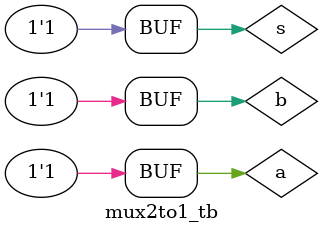
<source format=v>
module mux2to1 (a,b,s,c);
  input a,b,s;
  output c;
  assign c=~s&a|s&b;
endmodule

// Test bench codde for2to1 mux
module mux2to1_tb ();
  reg a,b,s;
  wire c;
  mux2to1 duv (.a(a),.b(b),.s(s),.c(c));
  initial
    begin
      $dumpfile("test.vcd");
      $dumpvars;
      s=0; a=0; b=0; #10;
      s=0; a=0; b=1; #10;
      s=0; a=1; b=0; #10;
      s=0; a=1; b=1; #10;
      s=1; a=0; b=0; #10;
      s=1; a=0; b=1; #10;
      s=1; a=1; b=0; #10;
      s=1; a=1; b=1; #10;
    end
  initial
    begin
      $monitor("time=%0t a=%b b=%b s=%b c=%b",$time,a,b,s,c);
    end
endmodule

</source>
